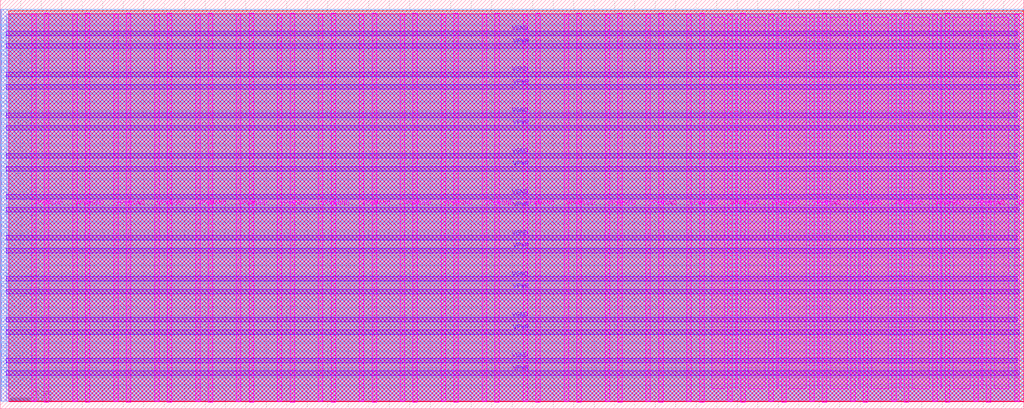
<source format=lef>
VERSION 5.7 ;
  NOWIREEXTENSIONATPIN ON ;
  DIVIDERCHAR "/" ;
  BUSBITCHARS "[]" ;
MACRO heichips25_pudding
  CLASS BLOCK ;
  FOREIGN heichips25_pudding ;
  ORIGIN 0.000 0.000 ;
  SIZE 500.000 BY 200.000 ;
  PIN VGND
    DIRECTION INOUT ;
    USE GROUND ;
    PORT
      LAYER TopMetal1 ;
        RECT 21.580 3.150 23.780 193.410 ;
    END
    PORT
      LAYER TopMetal1 ;
        RECT 41.580 3.150 43.780 193.410 ;
    END
    PORT
      LAYER TopMetal1 ;
        RECT 61.580 3.150 63.780 193.410 ;
    END
    PORT
      LAYER TopMetal1 ;
        RECT 81.580 3.150 83.780 193.410 ;
    END
    PORT
      LAYER TopMetal1 ;
        RECT 101.580 3.150 103.780 193.410 ;
    END
    PORT
      LAYER TopMetal1 ;
        RECT 121.580 3.150 123.780 193.410 ;
    END
    PORT
      LAYER TopMetal1 ;
        RECT 141.580 3.150 143.780 193.410 ;
    END
    PORT
      LAYER TopMetal1 ;
        RECT 161.580 3.150 163.780 193.410 ;
    END
    PORT
      LAYER TopMetal1 ;
        RECT 181.580 3.150 183.780 193.410 ;
    END
    PORT
      LAYER TopMetal1 ;
        RECT 201.580 3.150 203.780 193.410 ;
    END
    PORT
      LAYER TopMetal1 ;
        RECT 221.580 3.150 223.780 193.410 ;
    END
    PORT
      LAYER TopMetal1 ;
        RECT 241.580 3.150 243.780 193.410 ;
    END
    PORT
      LAYER TopMetal1 ;
        RECT 261.580 3.150 263.780 193.410 ;
    END
    PORT
      LAYER TopMetal1 ;
        RECT 281.580 3.150 283.780 193.410 ;
    END
    PORT
      LAYER TopMetal1 ;
        RECT 301.580 3.150 303.780 193.410 ;
    END
    PORT
      LAYER TopMetal1 ;
        RECT 321.580 3.150 323.780 193.410 ;
    END
    PORT
      LAYER TopMetal1 ;
        RECT 341.580 3.150 343.780 193.410 ;
    END
    PORT
      LAYER TopMetal1 ;
        RECT 361.580 3.150 363.780 193.410 ;
    END
    PORT
      LAYER TopMetal1 ;
        RECT 381.580 3.150 383.780 193.410 ;
    END
    PORT
      LAYER TopMetal1 ;
        RECT 401.580 3.150 403.780 193.410 ;
    END
    PORT
      LAYER TopMetal1 ;
        RECT 421.580 3.150 423.780 193.410 ;
    END
    PORT
      LAYER TopMetal1 ;
        RECT 441.580 3.150 443.780 193.410 ;
    END
    PORT
      LAYER TopMetal1 ;
        RECT 461.580 3.150 463.780 193.410 ;
    END
    PORT
      LAYER TopMetal1 ;
        RECT 481.580 3.150 483.780 193.410 ;
    END
    PORT
      LAYER TopMetal2 ;
        RECT 2.880 22.480 496.800 24.680 ;
    END
    PORT
      LAYER TopMetal2 ;
        RECT 2.880 42.480 496.800 44.680 ;
    END
    PORT
      LAYER TopMetal2 ;
        RECT 2.880 62.480 496.800 64.680 ;
    END
    PORT
      LAYER TopMetal2 ;
        RECT 2.880 82.480 496.800 84.680 ;
    END
    PORT
      LAYER TopMetal2 ;
        RECT 2.880 102.480 496.800 104.680 ;
    END
    PORT
      LAYER TopMetal2 ;
        RECT 2.880 122.480 496.800 124.680 ;
    END
    PORT
      LAYER TopMetal2 ;
        RECT 2.880 142.480 496.800 144.680 ;
    END
    PORT
      LAYER TopMetal2 ;
        RECT 2.880 162.480 496.800 164.680 ;
    END
    PORT
      LAYER TopMetal2 ;
        RECT 2.880 182.480 496.800 184.680 ;
    END
  END VGND
  PIN VPWR
    DIRECTION INOUT ;
    USE POWER ;
    PORT
      LAYER TopMetal1 ;
        RECT 15.380 3.560 17.580 193.000 ;
    END
    PORT
      LAYER TopMetal1 ;
        RECT 35.380 3.560 37.580 193.000 ;
    END
    PORT
      LAYER TopMetal1 ;
        RECT 55.380 3.560 57.580 193.000 ;
    END
    PORT
      LAYER TopMetal1 ;
        RECT 75.380 3.560 77.580 193.000 ;
    END
    PORT
      LAYER TopMetal1 ;
        RECT 95.380 3.560 97.580 193.000 ;
    END
    PORT
      LAYER TopMetal1 ;
        RECT 115.380 3.560 117.580 193.000 ;
    END
    PORT
      LAYER TopMetal1 ;
        RECT 135.380 3.560 137.580 193.000 ;
    END
    PORT
      LAYER TopMetal1 ;
        RECT 155.380 3.560 157.580 193.000 ;
    END
    PORT
      LAYER TopMetal1 ;
        RECT 175.380 3.560 177.580 193.000 ;
    END
    PORT
      LAYER TopMetal1 ;
        RECT 195.380 3.560 197.580 193.000 ;
    END
    PORT
      LAYER TopMetal1 ;
        RECT 215.380 3.560 217.580 193.000 ;
    END
    PORT
      LAYER TopMetal1 ;
        RECT 235.380 3.560 237.580 193.000 ;
    END
    PORT
      LAYER TopMetal1 ;
        RECT 255.380 3.560 257.580 193.000 ;
    END
    PORT
      LAYER TopMetal1 ;
        RECT 275.380 3.560 277.580 193.000 ;
    END
    PORT
      LAYER TopMetal1 ;
        RECT 295.380 3.560 297.580 193.000 ;
    END
    PORT
      LAYER TopMetal1 ;
        RECT 315.380 3.560 317.580 193.000 ;
    END
    PORT
      LAYER TopMetal1 ;
        RECT 335.380 3.560 337.580 193.000 ;
    END
    PORT
      LAYER TopMetal1 ;
        RECT 355.380 3.560 357.580 193.000 ;
    END
    PORT
      LAYER TopMetal1 ;
        RECT 375.380 3.560 377.580 193.000 ;
    END
    PORT
      LAYER TopMetal1 ;
        RECT 395.380 3.560 397.580 193.000 ;
    END
    PORT
      LAYER TopMetal1 ;
        RECT 415.380 3.560 417.580 193.000 ;
    END
    PORT
      LAYER TopMetal1 ;
        RECT 435.380 3.560 437.580 193.000 ;
    END
    PORT
      LAYER TopMetal1 ;
        RECT 455.380 3.560 457.580 193.000 ;
    END
    PORT
      LAYER TopMetal1 ;
        RECT 475.380 3.560 477.580 193.000 ;
    END
    PORT
      LAYER TopMetal1 ;
        RECT 495.380 3.560 497.580 193.000 ;
    END
    PORT
      LAYER TopMetal2 ;
        RECT 2.880 16.280 497.580 18.480 ;
    END
    PORT
      LAYER TopMetal2 ;
        RECT 2.880 36.280 497.580 38.480 ;
    END
    PORT
      LAYER TopMetal2 ;
        RECT 2.880 56.280 497.580 58.480 ;
    END
    PORT
      LAYER TopMetal2 ;
        RECT 2.880 76.280 497.580 78.480 ;
    END
    PORT
      LAYER TopMetal2 ;
        RECT 2.880 96.280 497.580 98.480 ;
    END
    PORT
      LAYER TopMetal2 ;
        RECT 2.880 116.280 497.580 118.480 ;
    END
    PORT
      LAYER TopMetal2 ;
        RECT 2.880 136.280 497.580 138.480 ;
    END
    PORT
      LAYER TopMetal2 ;
        RECT 2.880 156.280 497.580 158.480 ;
    END
    PORT
      LAYER TopMetal2 ;
        RECT 2.880 176.280 497.580 178.480 ;
    END
  END VPWR
  PIN clk
    DIRECTION INPUT ;
    USE SIGNAL ;
    ANTENNAGATEAREA 1.450800 ;
    PORT
      LAYER Metal3 ;
        RECT 0.000 183.340 0.400 183.740 ;
    END
  END clk
  PIN ena
    DIRECTION INPUT ;
    USE SIGNAL ;
    PORT
      LAYER Metal3 ;
        RECT 0.000 179.140 0.400 179.540 ;
    END
  END ena
  PIN rst_n
    DIRECTION INPUT ;
    USE SIGNAL ;
    ANTENNAGATEAREA 0.180700 ;
    PORT
      LAYER Metal3 ;
        RECT 0.000 187.540 0.400 187.940 ;
    END
  END rst_n
  PIN ui_in[0]
    DIRECTION INPUT ;
    USE SIGNAL ;
    ANTENNAGATEAREA 0.180700 ;
    PORT
      LAYER Metal3 ;
        RECT 0.000 111.940 0.400 112.340 ;
    END
  END ui_in[0]
  PIN ui_in[1]
    DIRECTION INPUT ;
    USE SIGNAL ;
    ANTENNAGATEAREA 0.180700 ;
    PORT
      LAYER Metal3 ;
        RECT 0.000 116.140 0.400 116.540 ;
    END
  END ui_in[1]
  PIN ui_in[2]
    DIRECTION INPUT ;
    USE SIGNAL ;
    ANTENNAGATEAREA 0.180700 ;
    PORT
      LAYER Metal3 ;
        RECT 0.000 120.340 0.400 120.740 ;
    END
  END ui_in[2]
  PIN ui_in[3]
    DIRECTION INPUT ;
    USE SIGNAL ;
    ANTENNAGATEAREA 0.180700 ;
    PORT
      LAYER Metal3 ;
        RECT 0.000 124.540 0.400 124.940 ;
    END
  END ui_in[3]
  PIN ui_in[4]
    DIRECTION INPUT ;
    USE SIGNAL ;
    ANTENNAGATEAREA 0.180700 ;
    PORT
      LAYER Metal3 ;
        RECT 0.000 128.740 0.400 129.140 ;
    END
  END ui_in[4]
  PIN ui_in[5]
    DIRECTION INPUT ;
    USE SIGNAL ;
    ANTENNAGATEAREA 0.180700 ;
    PORT
      LAYER Metal3 ;
        RECT 0.000 132.940 0.400 133.340 ;
    END
  END ui_in[5]
  PIN ui_in[6]
    DIRECTION INPUT ;
    USE SIGNAL ;
    PORT
      LAYER Metal3 ;
        RECT 0.000 137.140 0.400 137.540 ;
    END
  END ui_in[6]
  PIN ui_in[7]
    DIRECTION INPUT ;
    USE SIGNAL ;
    PORT
      LAYER Metal3 ;
        RECT 0.000 141.340 0.400 141.740 ;
    END
  END ui_in[7]
  PIN uio_in[0]
    DIRECTION INPUT ;
    USE SIGNAL ;
    PORT
      LAYER Metal3 ;
        RECT 0.000 145.540 0.400 145.940 ;
    END
  END uio_in[0]
  PIN uio_in[1]
    DIRECTION INPUT ;
    USE SIGNAL ;
    PORT
      LAYER Metal3 ;
        RECT 0.000 149.740 0.400 150.140 ;
    END
  END uio_in[1]
  PIN uio_in[2]
    DIRECTION INPUT ;
    USE SIGNAL ;
    PORT
      LAYER Metal3 ;
        RECT 0.000 153.940 0.400 154.340 ;
    END
  END uio_in[2]
  PIN uio_in[3]
    DIRECTION INPUT ;
    USE SIGNAL ;
    PORT
      LAYER Metal3 ;
        RECT 0.000 158.140 0.400 158.540 ;
    END
  END uio_in[3]
  PIN uio_in[4]
    DIRECTION INPUT ;
    USE SIGNAL ;
    PORT
      LAYER Metal3 ;
        RECT 0.000 162.340 0.400 162.740 ;
    END
  END uio_in[4]
  PIN uio_in[5]
    DIRECTION INPUT ;
    USE SIGNAL ;
    PORT
      LAYER Metal3 ;
        RECT 0.000 166.540 0.400 166.940 ;
    END
  END uio_in[5]
  PIN uio_in[6]
    DIRECTION INPUT ;
    USE SIGNAL ;
    PORT
      LAYER Metal3 ;
        RECT 0.000 170.740 0.400 171.140 ;
    END
  END uio_in[6]
  PIN uio_in[7]
    DIRECTION INPUT ;
    USE SIGNAL ;
    PORT
      LAYER Metal3 ;
        RECT 0.000 174.940 0.400 175.340 ;
    END
  END uio_in[7]
  PIN uio_oe[0]
    DIRECTION OUTPUT ;
    USE SIGNAL ;
    ANTENNADIFFAREA 0.392700 ;
    PORT
      LAYER Metal3 ;
        RECT 0.000 78.340 0.400 78.740 ;
    END
  END uio_oe[0]
  PIN uio_oe[1]
    DIRECTION OUTPUT ;
    USE SIGNAL ;
    ANTENNADIFFAREA 0.392700 ;
    PORT
      LAYER Metal3 ;
        RECT 0.000 82.540 0.400 82.940 ;
    END
  END uio_oe[1]
  PIN uio_oe[2]
    DIRECTION OUTPUT ;
    USE SIGNAL ;
    ANTENNADIFFAREA 0.392700 ;
    PORT
      LAYER Metal3 ;
        RECT 0.000 86.740 0.400 87.140 ;
    END
  END uio_oe[2]
  PIN uio_oe[3]
    DIRECTION OUTPUT ;
    USE SIGNAL ;
    ANTENNADIFFAREA 0.392700 ;
    PORT
      LAYER Metal3 ;
        RECT 0.000 90.940 0.400 91.340 ;
    END
  END uio_oe[3]
  PIN uio_oe[4]
    DIRECTION OUTPUT ;
    USE SIGNAL ;
    ANTENNADIFFAREA 0.392700 ;
    PORT
      LAYER Metal3 ;
        RECT 0.000 95.140 0.400 95.540 ;
    END
  END uio_oe[4]
  PIN uio_oe[5]
    DIRECTION OUTPUT ;
    USE SIGNAL ;
    ANTENNADIFFAREA 0.392700 ;
    PORT
      LAYER Metal3 ;
        RECT 0.000 99.340 0.400 99.740 ;
    END
  END uio_oe[5]
  PIN uio_oe[6]
    DIRECTION OUTPUT ;
    USE SIGNAL ;
    ANTENNADIFFAREA 0.392700 ;
    PORT
      LAYER Metal3 ;
        RECT 0.000 103.540 0.400 103.940 ;
    END
  END uio_oe[6]
  PIN uio_oe[7]
    DIRECTION OUTPUT ;
    USE SIGNAL ;
    ANTENNADIFFAREA 0.392700 ;
    PORT
      LAYER Metal3 ;
        RECT 0.000 107.740 0.400 108.140 ;
    END
  END uio_oe[7]
  PIN uio_out[0]
    DIRECTION OUTPUT ;
    USE SIGNAL ;
    ANTENNADIFFAREA 0.708600 ;
    PORT
      LAYER Metal3 ;
        RECT 0.000 44.740 0.400 45.140 ;
    END
  END uio_out[0]
  PIN uio_out[1]
    DIRECTION OUTPUT ;
    USE SIGNAL ;
    ANTENNADIFFAREA 0.708600 ;
    PORT
      LAYER Metal3 ;
        RECT 0.000 48.940 0.400 49.340 ;
    END
  END uio_out[1]
  PIN uio_out[2]
    DIRECTION OUTPUT ;
    USE SIGNAL ;
    ANTENNADIFFAREA 0.708600 ;
    PORT
      LAYER Metal3 ;
        RECT 0.000 53.140 0.400 53.540 ;
    END
  END uio_out[2]
  PIN uio_out[3]
    DIRECTION OUTPUT ;
    USE SIGNAL ;
    ANTENNADIFFAREA 0.708600 ;
    PORT
      LAYER Metal3 ;
        RECT 0.000 57.340 0.400 57.740 ;
    END
  END uio_out[3]
  PIN uio_out[4]
    DIRECTION OUTPUT ;
    USE SIGNAL ;
    ANTENNADIFFAREA 0.708600 ;
    PORT
      LAYER Metal3 ;
        RECT 0.000 61.540 0.400 61.940 ;
    END
  END uio_out[4]
  PIN uio_out[5]
    DIRECTION OUTPUT ;
    USE SIGNAL ;
    ANTENNADIFFAREA 0.708600 ;
    PORT
      LAYER Metal3 ;
        RECT 0.000 65.740 0.400 66.140 ;
    END
  END uio_out[5]
  PIN uio_out[6]
    DIRECTION OUTPUT ;
    USE SIGNAL ;
    ANTENNADIFFAREA 0.708600 ;
    PORT
      LAYER Metal3 ;
        RECT 0.000 69.940 0.400 70.340 ;
    END
  END uio_out[6]
  PIN uio_out[7]
    DIRECTION OUTPUT ;
    USE SIGNAL ;
    ANTENNADIFFAREA 0.708600 ;
    PORT
      LAYER Metal3 ;
        RECT 0.000 74.140 0.400 74.540 ;
    END
  END uio_out[7]
  PIN uo_out[0]
    DIRECTION OUTPUT ;
    USE SIGNAL ;
    ANTENNADIFFAREA 0.708600 ;
    PORT
      LAYER Metal3 ;
        RECT 0.000 11.140 0.400 11.540 ;
    END
  END uo_out[0]
  PIN uo_out[1]
    DIRECTION OUTPUT ;
    USE SIGNAL ;
    ANTENNADIFFAREA 0.708600 ;
    PORT
      LAYER Metal3 ;
        RECT 0.000 15.340 0.400 15.740 ;
    END
  END uo_out[1]
  PIN uo_out[2]
    DIRECTION OUTPUT ;
    USE SIGNAL ;
    ANTENNADIFFAREA 0.708600 ;
    PORT
      LAYER Metal3 ;
        RECT 0.000 19.540 0.400 19.940 ;
    END
  END uo_out[2]
  PIN uo_out[3]
    DIRECTION OUTPUT ;
    USE SIGNAL ;
    ANTENNADIFFAREA 0.708600 ;
    PORT
      LAYER Metal3 ;
        RECT 0.000 23.740 0.400 24.140 ;
    END
  END uo_out[3]
  PIN uo_out[4]
    DIRECTION OUTPUT ;
    USE SIGNAL ;
    ANTENNADIFFAREA 0.708600 ;
    PORT
      LAYER Metal3 ;
        RECT 0.000 27.940 0.400 28.340 ;
    END
  END uo_out[4]
  PIN uo_out[5]
    DIRECTION OUTPUT ;
    USE SIGNAL ;
    ANTENNADIFFAREA 0.708600 ;
    PORT
      LAYER Metal3 ;
        RECT 0.000 32.140 0.400 32.540 ;
    END
  END uo_out[5]
  PIN uo_out[6]
    DIRECTION OUTPUT ;
    USE SIGNAL ;
    ANTENNADIFFAREA 0.708600 ;
    PORT
      LAYER Metal3 ;
        RECT 0.000 36.340 0.400 36.740 ;
    END
  END uo_out[6]
  PIN uo_out[7]
    DIRECTION OUTPUT ;
    USE SIGNAL ;
    ANTENNADIFFAREA 0.708600 ;
    PORT
      LAYER Metal3 ;
        RECT 0.000 40.540 0.400 40.940 ;
    END
  END uo_out[7]
  OBS
      LAYER GatPoly ;
        RECT 2.880 3.630 496.800 192.930 ;
      LAYER Metal1 ;
        RECT 2.880 3.560 497.580 193.000 ;
      LAYER Metal2 ;
        RECT 0.375 3.635 499.785 195.445 ;
      LAYER Metal3 ;
        RECT 0.335 188.150 499.825 195.400 ;
        RECT 0.610 187.330 499.825 188.150 ;
        RECT 0.335 183.950 499.825 187.330 ;
        RECT 0.610 183.130 499.825 183.950 ;
        RECT 0.335 179.750 499.825 183.130 ;
        RECT 0.610 178.930 499.825 179.750 ;
        RECT 0.335 175.550 499.825 178.930 ;
        RECT 0.610 174.730 499.825 175.550 ;
        RECT 0.335 171.350 499.825 174.730 ;
        RECT 0.610 170.530 499.825 171.350 ;
        RECT 0.335 167.150 499.825 170.530 ;
        RECT 0.610 166.330 499.825 167.150 ;
        RECT 0.335 162.950 499.825 166.330 ;
        RECT 0.610 162.130 499.825 162.950 ;
        RECT 0.335 158.750 499.825 162.130 ;
        RECT 0.610 157.930 499.825 158.750 ;
        RECT 0.335 154.550 499.825 157.930 ;
        RECT 0.610 153.730 499.825 154.550 ;
        RECT 0.335 150.350 499.825 153.730 ;
        RECT 0.610 149.530 499.825 150.350 ;
        RECT 0.335 146.150 499.825 149.530 ;
        RECT 0.610 145.330 499.825 146.150 ;
        RECT 0.335 141.950 499.825 145.330 ;
        RECT 0.610 141.130 499.825 141.950 ;
        RECT 0.335 137.750 499.825 141.130 ;
        RECT 0.610 136.930 499.825 137.750 ;
        RECT 0.335 133.550 499.825 136.930 ;
        RECT 0.610 132.730 499.825 133.550 ;
        RECT 0.335 129.350 499.825 132.730 ;
        RECT 0.610 128.530 499.825 129.350 ;
        RECT 0.335 125.150 499.825 128.530 ;
        RECT 0.610 124.330 499.825 125.150 ;
        RECT 0.335 120.950 499.825 124.330 ;
        RECT 0.610 120.130 499.825 120.950 ;
        RECT 0.335 116.750 499.825 120.130 ;
        RECT 0.610 115.930 499.825 116.750 ;
        RECT 0.335 112.550 499.825 115.930 ;
        RECT 0.610 111.730 499.825 112.550 ;
        RECT 0.335 108.350 499.825 111.730 ;
        RECT 0.610 107.530 499.825 108.350 ;
        RECT 0.335 104.150 499.825 107.530 ;
        RECT 0.610 103.330 499.825 104.150 ;
        RECT 0.335 99.950 499.825 103.330 ;
        RECT 0.610 99.130 499.825 99.950 ;
        RECT 0.335 95.750 499.825 99.130 ;
        RECT 0.610 94.930 499.825 95.750 ;
        RECT 0.335 91.550 499.825 94.930 ;
        RECT 0.610 90.730 499.825 91.550 ;
        RECT 0.335 87.350 499.825 90.730 ;
        RECT 0.610 86.530 499.825 87.350 ;
        RECT 0.335 83.150 499.825 86.530 ;
        RECT 0.610 82.330 499.825 83.150 ;
        RECT 0.335 78.950 499.825 82.330 ;
        RECT 0.610 78.130 499.825 78.950 ;
        RECT 0.335 74.750 499.825 78.130 ;
        RECT 0.610 73.930 499.825 74.750 ;
        RECT 0.335 70.550 499.825 73.930 ;
        RECT 0.610 69.730 499.825 70.550 ;
        RECT 0.335 66.350 499.825 69.730 ;
        RECT 0.610 65.530 499.825 66.350 ;
        RECT 0.335 62.150 499.825 65.530 ;
        RECT 0.610 61.330 499.825 62.150 ;
        RECT 0.335 57.950 499.825 61.330 ;
        RECT 0.610 57.130 499.825 57.950 ;
        RECT 0.335 53.750 499.825 57.130 ;
        RECT 0.610 52.930 499.825 53.750 ;
        RECT 0.335 49.550 499.825 52.930 ;
        RECT 0.610 48.730 499.825 49.550 ;
        RECT 0.335 45.350 499.825 48.730 ;
        RECT 0.610 44.530 499.825 45.350 ;
        RECT 0.335 41.150 499.825 44.530 ;
        RECT 0.610 40.330 499.825 41.150 ;
        RECT 0.335 36.950 499.825 40.330 ;
        RECT 0.610 36.130 499.825 36.950 ;
        RECT 0.335 32.750 499.825 36.130 ;
        RECT 0.610 31.930 499.825 32.750 ;
        RECT 0.335 28.550 499.825 31.930 ;
        RECT 0.610 27.730 499.825 28.550 ;
        RECT 0.335 24.350 499.825 27.730 ;
        RECT 0.610 23.530 499.825 24.350 ;
        RECT 0.335 20.150 499.825 23.530 ;
        RECT 0.610 19.330 499.825 20.150 ;
        RECT 0.335 15.950 499.825 19.330 ;
        RECT 0.610 15.130 499.825 15.950 ;
        RECT 0.335 11.750 499.825 15.130 ;
        RECT 0.610 10.930 499.825 11.750 ;
        RECT 0.335 3.680 499.825 10.930 ;
      LAYER Metal4 ;
        RECT 4.215 3.635 499.785 194.605 ;
      LAYER Metal5 ;
        RECT 4.175 3.470 499.825 193.090 ;
      LAYER TopMetal1 ;
        RECT 347.380 9.680 353.740 191.500 ;
        RECT 359.220 9.680 359.940 191.500 ;
        RECT 365.420 9.680 373.740 191.500 ;
        RECT 379.220 9.680 379.940 191.500 ;
        RECT 385.420 9.680 393.740 191.500 ;
        RECT 399.220 9.680 399.940 191.500 ;
        RECT 405.420 9.680 413.740 191.500 ;
        RECT 419.220 9.680 419.940 191.500 ;
        RECT 425.420 9.680 433.740 191.500 ;
        RECT 439.220 9.680 439.940 191.500 ;
        RECT 445.420 9.680 453.740 191.500 ;
        RECT 459.220 9.680 459.940 191.500 ;
        RECT 465.420 9.680 473.740 191.500 ;
        RECT 479.220 9.680 479.940 191.500 ;
        RECT 485.420 9.680 492.660 191.500 ;
  END
END heichips25_pudding
END LIBRARY


</source>
